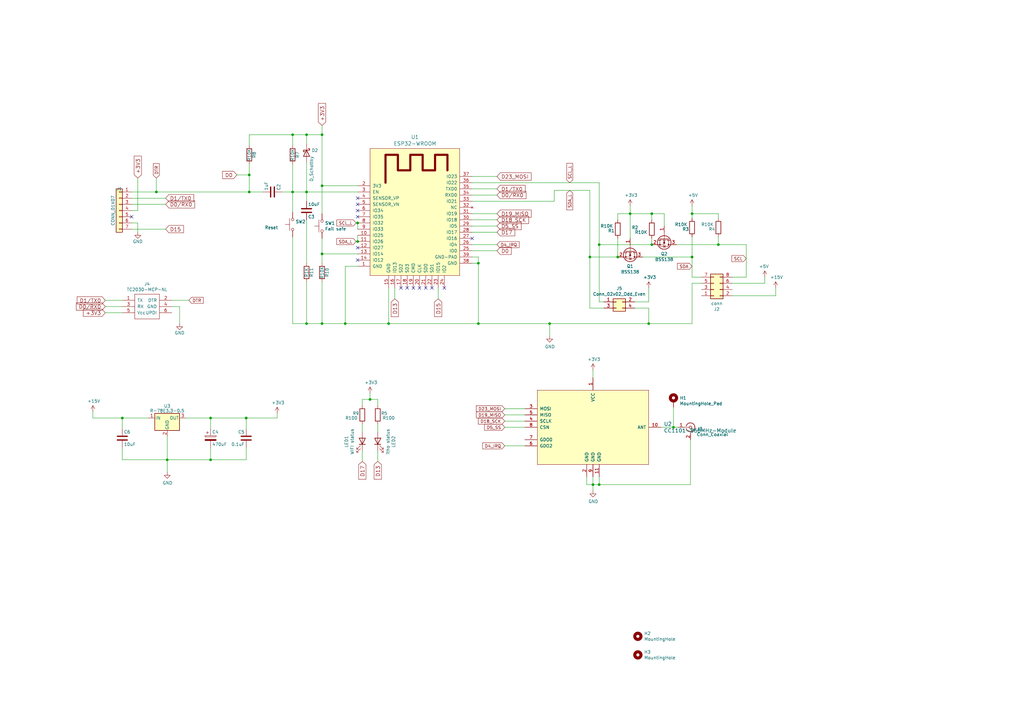
<source format=kicad_sch>
(kicad_sch (version 20230121) (generator eeschema)
  (paper "A3")
  (lib_symbols
    (symbol "Connector:Conn_Coaxial" (pin_names (offset 1.016) hide)
      (property "Reference" "J" (at 0.254 3.048 0))
      (property "Value" "Conn_Coaxial" (at 2.921 0 90))
      (symbol "Conn_Coaxial_0_1"
        (arc (start -1.778 -0.508) (mid 0.222 -1.808) (end 1.778 0) (stroke (width 0.254)))
        (polyline (pts (xy -2.54 0) (xy -0.508 0)))
        (polyline (pts (xy 0 -2.54) (xy 0 -1.778)))
        (circle (center 0 0) (radius 0.508) (stroke (width 0.2032)))
        (arc (start 1.778 0) (mid 0.222 1.8083) (end -1.778 0.508) (stroke (width 0.254)))
      )
      (symbol "Conn_Coaxial_1_1"
        (pin passive line (at -5.08 0 0) (length 2.54) (name "In") (number "1"))
        (pin passive line (at 0 -5.08 90) (length 2.54) (name "Ext") (number "2"))
      )
    )
    (symbol "Connector_Generic:Conn_01x07" (pin_names (offset 1.016) hide)
      (property "Reference" "J" (at 0 10.16 0))
      (property "Value" "Conn_01x07" (at 0 -10.16 0))
      (symbol "Conn_01x07_1_1"
        (rectangle (start -1.27 -7.493) (end 0 -7.747) (stroke (width 0.1524)))
        (rectangle (start -1.27 -4.953) (end 0 -5.207) (stroke (width 0.1524)))
        (rectangle (start -1.27 -2.413) (end 0 -2.667) (stroke (width 0.1524)))
        (rectangle (start -1.27 0.127) (end 0 -0.127) (stroke (width 0.1524)))
        (rectangle (start -1.27 2.667) (end 0 2.413) (stroke (width 0.1524)))
        (rectangle (start -1.27 5.207) (end 0 4.953) (stroke (width 0.1524)))
        (rectangle (start -1.27 7.747) (end 0 7.493) (stroke (width 0.1524)))
        (rectangle (start -1.27 8.89) (end 1.27 -8.89) (stroke (width 0.254)) (fill (type background)))
        (pin passive line (at -5.08 7.62 0) (length 3.81) (name "Pin_1") (number "1"))
        (pin passive line (at -5.08 5.08 0) (length 3.81) (name "Pin_2") (number "2"))
        (pin passive line (at -5.08 2.54 0) (length 3.81) (name "Pin_3") (number "3"))
        (pin passive line (at -5.08 0 0) (length 3.81) (name "Pin_4") (number "4"))
        (pin passive line (at -5.08 -2.54 0) (length 3.81) (name "Pin_5") (number "5"))
        (pin passive line (at -5.08 -5.08 0) (length 3.81) (name "Pin_6") (number "6"))
        (pin passive line (at -5.08 -7.62 0) (length 3.81) (name "Pin_7") (number "7"))
      )
    )
    (symbol "Connector_Generic:Conn_02x02_Odd_Even" (pin_names (offset 1.016) hide)
      (property "Reference" "J" (at 1.27 2.54 0))
      (property "Value" "Conn_02x02_Odd_Even" (at 1.27 -5.08 0))
      (symbol "Conn_02x02_Odd_Even_1_1"
        (rectangle (start -1.27 -2.413) (end 0 -2.667) (stroke (width 0.1524)))
        (rectangle (start -1.27 0.127) (end 0 -0.127) (stroke (width 0.1524)))
        (rectangle (start -1.27 1.27) (end 3.81 -3.81) (stroke (width 0.254)) (fill (type background)))
        (rectangle (start 3.81 -2.413) (end 2.54 -2.667) (stroke (width 0.1524)))
        (rectangle (start 3.81 0.127) (end 2.54 -0.127) (stroke (width 0.1524)))
        (pin passive line (at -5.08 0 0) (length 3.81) (name "Pin_1") (number "1"))
        (pin passive line (at 7.62 0 180) (length 3.81) (name "Pin_2") (number "2"))
        (pin passive line (at -5.08 -2.54 0) (length 3.81) (name "Pin_3") (number "3"))
        (pin passive line (at 7.62 -2.54 180) (length 3.81) (name "Pin_4") (number "4"))
      )
    )
    (symbol "Connector_Generic:Conn_02x04_Odd_Even" (pin_names (offset 1.016) hide)
      (property "Reference" "J" (at 1.27 5.08 0))
      (property "Value" "Conn_02x04_Odd_Even" (at 1.27 -7.62 0))
      (symbol "Conn_02x04_Odd_Even_1_1"
        (rectangle (start -1.27 -4.953) (end 0 -5.207) (stroke (width 0.1524)))
        (rectangle (start -1.27 -2.413) (end 0 -2.667) (stroke (width 0.1524)))
        (rectangle (start -1.27 0.127) (end 0 -0.127) (stroke (width 0.1524)))
        (rectangle (start -1.27 2.667) (end 0 2.413) (stroke (width 0.1524)))
        (rectangle (start -1.27 3.81) (end 3.81 -6.35) (stroke (width 0.254)) (fill (type background)))
        (rectangle (start 3.81 -4.953) (end 2.54 -5.207) (stroke (width 0.1524)))
        (rectangle (start 3.81 -2.413) (end 2.54 -2.667) (stroke (width 0.1524)))
        (rectangle (start 3.81 0.127) (end 2.54 -0.127) (stroke (width 0.1524)))
        (rectangle (start 3.81 2.667) (end 2.54 2.413) (stroke (width 0.1524)))
        (pin passive line (at -5.08 2.54 0) (length 3.81) (name "Pin_1") (number "1"))
        (pin passive line (at 7.62 2.54 180) (length 3.81) (name "Pin_2") (number "2"))
        (pin passive line (at -5.08 0 0) (length 3.81) (name "Pin_3") (number "3"))
        (pin passive line (at 7.62 0 180) (length 3.81) (name "Pin_4") (number "4"))
        (pin passive line (at -5.08 -2.54 0) (length 3.81) (name "Pin_5") (number "5"))
        (pin passive line (at 7.62 -2.54 180) (length 3.81) (name "Pin_6") (number "6"))
        (pin passive line (at -5.08 -5.08 0) (length 3.81) (name "Pin_7") (number "7"))
        (pin passive line (at 7.62 -5.08 180) (length 3.81) (name "Pin_8") (number "8"))
      )
    )
    (symbol "Device:C" (pin_numbers hide) (pin_names (offset 0.254))
      (property "Reference" "C" (at 0.635 2.54 0))
      (property "Value" "C" (at 0.635 -2.54 0))
      (symbol "C_0_1"
        (polyline (pts (xy -2.032 -0.762) (xy 2.032 -0.762)) (stroke (width 0.508)))
        (polyline (pts (xy -2.032 0.762) (xy 2.032 0.762)) (stroke (width 0.508)))
      )
      (symbol "C_1_1"
        (pin passive line (at 0 3.81 270) (length 2.794) (name "~") (number "1"))
        (pin passive line (at 0 -3.81 90) (length 2.794) (name "~") (number "2"))
      )
    )
    (symbol "Device:CP" (pin_numbers hide) (pin_names (offset 0.254))
      (property "Reference" "C" (at 0.635 2.54 0))
      (property "Value" "Device_CP" (at 0.635 -2.54 0))
      (symbol "CP_0_1"
        (rectangle (start -2.286 0.508) (end 2.286 1.016))
        (polyline (pts (xy -1.778 2.286) (xy -0.762 2.286)))
        (polyline (pts (xy -1.27 2.794) (xy -1.27 1.778)))
        (rectangle (start 2.286 -0.508) (end -2.286 -1.016) (fill (type outline)))
      )
      (symbol "CP_1_1"
        (pin passive line (at 0 3.81 270) (length 2.794) (name "~") (number "1"))
        (pin passive line (at 0 -3.81 90) (length 2.794) (name "~") (number "2"))
      )
    )
    (symbol "Device:D_Schottky" (pin_numbers hide) (pin_names (offset 1.016) hide)
      (property "Reference" "D" (at 0 2.54 0))
      (property "Value" "D_Schottky" (at 0 -2.54 0))
      (symbol "D_Schottky_0_1"
        (polyline (pts (xy 1.27 0) (xy -1.27 0)))
        (polyline (pts (xy 1.27 1.27) (xy 1.27 -1.27) (xy -1.27 0) (xy 1.27 1.27)) (stroke (width 0.254)))
        (polyline (pts (xy -1.905 0.635) (xy -1.905 1.27) (xy -1.27 1.27) (xy -1.27 -1.27) (xy -0.635 -1.27) (xy -0.635 -0.635)) (stroke (width 0.254)))
      )
      (symbol "D_Schottky_1_1"
        (pin passive line (at -3.81 0 0) (length 2.54) (name "K") (number "1"))
        (pin passive line (at 3.81 0 180) (length 2.54) (name "A") (number "2"))
      )
    )
    (symbol "Device:LED" (pin_numbers hide) (pin_names (offset 1.016) hide)
      (property "Reference" "D" (at 0 2.54 0))
      (property "Value" "LED" (at 0 -2.54 0))
      (symbol "LED_0_1"
        (polyline (pts (xy -1.27 -1.27) (xy -1.27 1.27)) (stroke (width 0.254)))
        (polyline (pts (xy -1.27 0) (xy 1.27 0)))
        (polyline (pts (xy 1.27 -1.27) (xy 1.27 1.27) (xy -1.27 0) (xy 1.27 -1.27)) (stroke (width 0.254)))
        (polyline (pts (xy -3.048 -0.762) (xy -4.572 -2.286) (xy -3.81 -2.286) (xy -4.572 -2.286) (xy -4.572 -1.524)))
        (polyline (pts (xy -1.778 -0.762) (xy -3.302 -2.286) (xy -2.54 -2.286) (xy -3.302 -2.286) (xy -3.302 -1.524)))
      )
      (symbol "LED_1_1"
        (pin passive line (at -3.81 0 0) (length 2.54) (name "K") (number "1"))
        (pin passive line (at 3.81 0 180) (length 2.54) (name "A") (number "2"))
      )
    )
    (symbol "Device:R" (pin_numbers hide) (pin_names (offset 0))
      (property "Reference" "R" (at 2.032 0 90))
      (property "Value" "R" (at 0 0 90))
      (symbol "R_0_1"
        (rectangle (start -1.016 -2.54) (end 1.016 2.54) (stroke (width 0.254)))
      )
      (symbol "R_1_1"
        (pin passive line (at 0 3.81 270) (length 1.27) (name "~") (number "1"))
        (pin passive line (at 0 -3.81 90) (length 1.27) (name "~") (number "2"))
      )
    )
    (symbol "Mechanical:MountingHole" (pin_names (offset 1.016))
      (property "Reference" "H" (at 0 5.08 0))
      (property "Value" "MountingHole" (at 0 3.175 0))
      (symbol "MountingHole_0_1"
        (circle (center 0 0) (radius 1.27) (stroke (width 1.27)))
      )
    )
    (symbol "Mechanical:MountingHole_Pad" (pin_numbers hide) (pin_names (offset 1.016) hide)
      (property "Reference" "H" (at 0 6.35 0))
      (property "Value" "MountingHole_Pad" (at 0 4.445 0))
      (symbol "MountingHole_Pad_0_1"
        (circle (center 0 1.27) (radius 1.27) (stroke (width 1.27)))
      )
      (symbol "MountingHole_Pad_1_1"
        (pin input line (at 0 -2.54 90) (length 2.54) (name "1") (number "1"))
      )
    )
    (symbol "Regulator_Switching:R-78E3.3-0.5" (pin_names (offset 0.254))
      (property "Reference" "U" (at -3.81 3.175 0))
      (property "Value" "R-78E3.3-0.5" (at 0 3.175 0))
      (symbol "R-78E3.3-0.5_0_1"
        (rectangle (start -5.08 1.905) (end 5.08 -5.08) (stroke (width 0.254)) (fill (type background)))
      )
      (symbol "R-78E3.3-0.5_1_1"
        (pin power_in line (at -7.62 0 0) (length 2.54) (name "IN") (number "1"))
        (pin power_in line (at 0 -7.62 90) (length 2.54) (name "GND") (number "2"))
        (pin power_out line (at 7.62 0 180) (length 2.54) (name "OUT") (number "3"))
      )
    )
    (symbol "Switch:SW_Push" (pin_numbers hide) (pin_names (offset 1.016) hide)
      (property "Reference" "SW" (at 1.27 2.54 0))
      (property "Value" "SW_Push" (at 0 -1.524 0))
      (symbol "SW_Push_0_1"
        (circle (center -2.032 0) (radius 0.508))
        (polyline (pts (xy 0 1.27) (xy 0 3.048)))
        (polyline (pts (xy 2.54 1.27) (xy -2.54 1.27)))
        (circle (center 2.032 0) (radius 0.508))
        (pin passive line (at -5.08 0 0) (length 2.54) (name "1") (number "1"))
        (pin passive line (at 5.08 0 180) (length 2.54) (name "2") (number "2"))
      )
    )
    (symbol "Transistor_FET:BSS138" (pin_names hide)
      (property "Reference" "Q" (at 5.08 1.905 0))
      (property "Value" "BSS138" (at 5.08 0 0))
      (symbol "BSS138_0_1"
        (polyline (pts (xy 0.254 0) (xy -2.54 0)))
        (polyline (pts (xy 0.254 1.905) (xy 0.254 -1.905)) (stroke (width 0.254)))
        (polyline (pts (xy 0.762 -1.27) (xy 0.762 -2.286)) (stroke (width 0.254)))
        (polyline (pts (xy 0.762 0.508) (xy 0.762 -0.508)) (stroke (width 0.254)))
        (polyline (pts (xy 0.762 2.286) (xy 0.762 1.27)) (stroke (width 0.254)))
        (polyline (pts (xy 2.54 2.54) (xy 2.54 1.778)))
        (polyline (pts (xy 2.54 -2.54) (xy 2.54 0) (xy 0.762 0)))
        (polyline (pts (xy 0.762 -1.778) (xy 3.302 -1.778) (xy 3.302 1.778) (xy 0.762 1.778)))
        (polyline (pts (xy 1.016 0) (xy 2.032 0.381) (xy 2.032 -0.381) (xy 1.016 0)) (fill (type outline)))
        (polyline (pts (xy 2.794 0.508) (xy 2.921 0.381) (xy 3.683 0.381) (xy 3.81 0.254)))
        (polyline (pts (xy 3.302 0.381) (xy 2.921 -0.254) (xy 3.683 -0.254) (xy 3.302 0.381)))
        (circle (center 1.651 0) (radius 2.794) (stroke (width 0.254)))
        (circle (center 2.54 -1.778) (radius 0.254) (fill (type outline)))
        (circle (center 2.54 1.778) (radius 0.254) (fill (type outline)))
      )
      (symbol "BSS138_1_1"
        (pin input line (at -5.08 0 0) (length 2.54) (name "G") (number "1"))
        (pin passive line (at 2.54 -5.08 90) (length 2.54) (name "S") (number "2"))
        (pin passive line (at 2.54 5.08 270) (length 2.54) (name "D") (number "3"))
      )
    )
    (symbol "nrg_watch:CC1101-868MHz-Module" (pin_names (offset 1.016))
      (property "Reference" "U" (at -22.86 16.51 0))
      (property "Value" "nrg_watch_CC1101-868MHz-Module" (at 0 0 0))
      (symbol "CC1101-868MHz-Module_0_1"
        (rectangle (start 22.86 15.24) (end -22.86 -15.24) (fill (type background)))
      )
      (symbol "CC1101-868MHz-Module_1_1"
        (pin power_in line (at 0 20.32 270) (length 5.08) (name "VCC") (number "1"))
        (pin bidirectional line (at 27.94 0 180) (length 5.08) (name "ANT") (number "10"))
        (pin power_in line (at 2.54 -20.32 90) (length 5.08) (name "GND") (number "11"))
        (pin power_in line (at -2.54 -20.32 90) (length 5.08) (name "GND") (number "2"))
        (pin input line (at -27.94 7.62 0) (length 5.08) (name "MOSI") (number "3"))
        (pin input line (at -27.94 2.54 0) (length 5.08) (name "SCLK") (number "4"))
        (pin output line (at -27.94 5.08 0) (length 5.08) (name "MISO") (number "5"))
        (pin output line (at -27.94 -7.62 0) (length 5.08) (name "GDO2") (number "6"))
        (pin bidirectional line (at -27.94 -5.08 0) (length 5.08) (name "GDO0") (number "7"))
        (pin input line (at -27.94 0 0) (length 5.08) (name "CSN") (number "8"))
        (pin power_in line (at 0 -20.32 90) (length 5.08) (name "GND") (number "9"))
      )
    )
    (symbol "nrg_watch:ESP32-WROOM" (pin_names (offset 1.016))
      (property "Reference" "U" (at -17.78 31.75 0))
      (property "Value" "nrg_watch_ESP32-WROOM" (at 12.7 31.75 0))
      (symbol "ESP32-WROOM_0_1"
        (rectangle (start -19.05 30.48) (end 17.78 -21.59) (fill (type background)))
        (polyline (pts (xy -12.7 16.51) (xy -12.7 27.94) (xy -7.62 27.94) (xy -7.62 21.59) (xy -2.54 21.59) (xy -2.54 27.94) (xy 2.54 27.94) (xy 2.54 21.59) (xy 7.62 21.59) (xy 7.62 27.94) (xy 12.7 27.94) (xy 12.7 21.59)) (stroke (width 0.889)))
      )
      (symbol "ESP32-WROOM_1_1"
        (pin power_out line (at -24.13 -17.78 0) (length 5.08) (name "GND") (number "1"))
        (pin bidirectional line (at -24.13 -5.08 0) (length 5.08) (name "IO25") (number "10"))
        (pin bidirectional line (at -24.13 -7.62 0) (length 5.08) (name "IO26") (number "11"))
        (pin bidirectional line (at -24.13 -10.16 0) (length 5.08) (name "IO27") (number "12"))
        (pin bidirectional line (at -24.13 -12.7 0) (length 5.08) (name "IO14") (number "13"))
        (pin bidirectional line (at -24.13 -15.24 0) (length 5.08) (name "IO12") (number "14"))
        (pin power_in line (at -11.43 -26.67 90) (length 5.08) (name "GND") (number "15"))
        (pin bidirectional line (at -8.89 -26.67 90) (length 5.08) (name "IO13") (number "16"))
        (pin bidirectional line (at -6.35 -26.67 90) (length 5.08) (name "SD2") (number "17"))
        (pin bidirectional line (at -3.81 -26.67 90) (length 5.08) (name "SD3") (number "18"))
        (pin bidirectional line (at -1.27 -26.67 90) (length 5.08) (name "CMD") (number "19"))
        (pin power_in line (at -24.13 15.24 0) (length 5.08) (name "3V3") (number "2"))
        (pin input line (at 1.27 -26.67 90) (length 5.08) (name "CLK") (number "20"))
        (pin bidirectional line (at 3.81 -26.67 90) (length 5.08) (name "SDO") (number "21"))
        (pin bidirectional line (at 6.35 -26.67 90) (length 5.08) (name "SD1") (number "22"))
        (pin bidirectional line (at 8.89 -26.67 90) (length 5.08) (name "IO15") (number "23"))
        (pin bidirectional line (at 11.43 -26.67 90) (length 5.08) (name "IO2") (number "24"))
        (pin bidirectional line (at 22.86 -11.43 180) (length 5.08) (name "IO0") (number "25"))
        (pin input line (at 22.86 -8.89 180) (length 5.08) (name "IO4") (number "26"))
        (pin bidirectional line (at 22.86 -6.35 180) (length 5.08) (name "IO16") (number "27"))
        (pin bidirectional line (at 22.86 -3.81 180) (length 5.08) (name "IO17") (number "28"))
        (pin bidirectional line (at 22.86 -1.27 180) (length 5.08) (name "IO5") (number "29"))
        (pin input line (at -24.13 12.7 0) (length 5.08) (name "EN") (number "3"))
        (pin input line (at 22.86 1.27 180) (length 5.08) (name "IO18") (number "30"))
        (pin bidirectional line (at 22.86 3.81 180) (length 5.08) (name "IO19") (number "31"))
        (pin no_connect line (at 22.86 6.35 180) (length 5.08) (name "NC") (number "32"))
        (pin bidirectional line (at 22.86 8.89 180) (length 5.08) (name "IO21") (number "33"))
        (pin bidirectional line (at 22.86 11.43 180) (length 5.08) (name "RXD0") (number "34"))
        (pin bidirectional line (at 22.86 13.97 180) (length 5.08) (name "TXD0") (number "35"))
        (pin bidirectional line (at 22.86 16.51 180) (length 5.08) (name "IO22") (number "36"))
        (pin bidirectional line (at 22.86 19.05 180) (length 5.08) (name "IO23") (number "37"))
        (pin power_in line (at 22.86 -16.51 180) (length 5.08) (name "GND") (number "38"))
        (pin power_in line (at 22.86 -13.97 180) (length 5.08) (name "GND-PAD") (number "39"))
        (pin input line (at -24.13 10.16 0) (length 5.08) (name "SENSOR_VP") (number "4"))
        (pin input line (at -24.13 7.62 0) (length 5.08) (name "SENSOR_VN") (number "5"))
        (pin bidirectional line (at -24.13 5.08 0) (length 5.08) (name "IO34") (number "6"))
        (pin bidirectional line (at -24.13 2.54 0) (length 5.08) (name "IO35") (number "7"))
        (pin bidirectional line (at -24.13 0 0) (length 5.08) (name "IO32") (number "8"))
        (pin bidirectional line (at -24.13 -2.54 0) (length 5.08) (name "IO33") (number "9"))
      )
    )
    (symbol "nrg_watch:TC2030-MCP-NL" (pin_names (offset 1.016))
      (property "Reference" "J" (at 0 6.35 0))
      (property "Value" "nrg_watch_TC2030-MCP-NL" (at 0.635 -6.35 0))
      (symbol "TC2030-MCP-NL_0_1"
        (rectangle (start -5.08 5.08) (end 5.08 -5.08))
      )
      (symbol "TC2030-MCP-NL_1_1"
        (pin input line (at -10.16 2.54 0) (length 5.08) (name "TX") (number "1"))
        (pin input line (at 10.16 2.54 180) (length 5.08) (name "DTR") (number "2"))
        (pin input line (at -10.16 0 0) (length 5.08) (name "RX") (number "3"))
        (pin input line (at 10.16 0 180) (length 5.08) (name "GND") (number "4"))
        (pin input line (at -10.16 -2.54 0) (length 5.08) (name "Vcc") (number "5"))
        (pin input line (at 10.16 -2.54 180) (length 5.08) (name "UPDI") (number "6"))
      )
    )
    (symbol "power:+15V" (power) (pin_names (offset 0))
      (property "Value" "+15V" (at 0 3.556 0))
      (symbol "+15V_0_1"
        (polyline (pts (xy -0.762 1.27) (xy 0 2.54)))
        (polyline (pts (xy 0 0) (xy 0 2.54)))
        (polyline (pts (xy 0 2.54) (xy 0.762 1.27)))
      )
      (symbol "+15V_1_1"
        (pin power_in line (at 0 0 90) (length 0) hide (name "+15V") (number "1"))
      )
    )
    (symbol "power:+3V3" (power) (pin_names (offset 0))
      (property "Value" "+3V3" (at 0 3.556 0))
      (symbol "+3V3_0_1"
        (polyline (pts (xy -0.762 1.27) (xy 0 2.54)))
        (polyline (pts (xy 0 0) (xy 0 2.54)))
        (polyline (pts (xy 0 2.54) (xy 0.762 1.27)))
      )
      (symbol "+3V3_1_1"
        (pin power_in line (at 0 0 90) (length 0) hide (name "+3V3") (number "1"))
      )
    )
    (symbol "power:+5V" (power) (pin_names (offset 0))
      (property "Value" "+5V" (at 0 3.556 0))
      (symbol "+5V_0_1"
        (polyline (pts (xy -0.762 1.27) (xy 0 2.54)))
        (polyline (pts (xy 0 0) (xy 0 2.54)))
        (polyline (pts (xy 0 2.54) (xy 0.762 1.27)))
      )
      (symbol "+5V_1_1"
        (pin power_in line (at 0 0 90) (length 0) hide (name "+5V") (number "1"))
      )
    )
    (symbol "power:GND" (power) (pin_names (offset 0))
      (property "Value" "GND" (at 0 -3.81 0))
      (symbol "GND_0_1"
        (polyline (pts (xy 0 0) (xy 0 -1.27) (xy 1.27 -1.27) (xy 0 -2.54) (xy -1.27 -1.27) (xy 0 -1.27)))
      )
      (symbol "GND_1_1"
        (pin power_in line (at 0 0 270) (length 0) hide (name "GND") (number "1"))
      )
    )
  )
  (junction (at 102.235 78.74))
  (junction (at 68.58 188.595))
  (junction (at 159.385 132.715))
  (junction (at 141.605 132.715))
  (junction (at 151.765 163.83))
  (junction (at 120.015 78.74))
  (junction (at 267.335 100.33))
  (junction (at 245.745 198.755))
  (junction (at 294.64 100.33))
  (junction (at 196.215 132.715))
  (junction (at 266.065 132.715))
  (junction (at 243.205 198.755))
  (junction (at 64.135 78.74))
  (junction (at 146.685 99.06))
  (junction (at 245.745 100.33))
  (junction (at 102.235 71.755))
  (junction (at 276.225 175.26))
  (junction (at 86.36 171.45))
  (junction (at 283.845 87.63))
  (junction (at 86.36 188.595))
  (junction (at 132.08 104.14))
  (junction (at 132.08 132.715))
  (junction (at 132.08 76.2))
  (junction (at 132.08 55.245))
  (junction (at 241.935 105.41))
  (junction (at 120.015 55.245))
  (junction (at 100.965 171.45))
  (junction (at 125.73 55.245))
  (junction (at 225.425 132.715))
  (junction (at 253.365 105.41))
  (junction (at 125.73 132.715))
  (junction (at 258.445 87.63))
  (junction (at 196.215 107.95))
  (junction (at 125.73 78.74))
  (junction (at 283.845 105.41))
  (junction (at 50.165 171.45))
  (junction (at 267.335 87.63))
  (junction (at 146.685 91.44))
  (no_connect (at 174.625 118.11))
  (no_connect (at 193.675 97.79))
  (no_connect (at 182.245 118.11))
  (no_connect (at 53.975 88.9))
  (no_connect (at 169.545 118.11))
  (no_connect (at 146.685 83.82))
  (no_connect (at 146.685 81.28))
  (no_connect (at 146.685 106.68))
  (no_connect (at 177.165 118.11))
  (no_connect (at 172.085 118.11))
  (no_connect (at 167.005 118.11))
  (no_connect (at 146.685 86.36))
  (no_connect (at 164.465 118.11))
  (no_connect (at 146.685 88.9))
  (no_connect (at 146.685 101.6))
  (wire (pts (xy 313.69 113.665) (xy 313.69 116.205)))
  (wire (pts (xy 207.01 167.64) (xy 215.265 167.64)))
  (wire (pts (xy 43.18 125.73) (xy 50.165 125.73)))
  (wire (pts (xy 141.605 132.715) (xy 159.385 132.715)))
  (wire (pts (xy 68.58 193.675) (xy 68.58 188.595)))
  (wire (pts (xy 283.845 97.155) (xy 283.845 105.41)))
  (wire (pts (xy 193.675 92.71) (xy 203.835 92.71)))
  (wire (pts (xy 120.015 78.74) (xy 125.73 78.74)))
  (wire (pts (xy 243.205 198.755) (xy 245.745 198.755)))
  (wire (pts (xy 258.445 84.455) (xy 258.445 87.63)))
  (wire (pts (xy 102.235 59.69) (xy 102.235 55.245)))
  (wire (pts (xy 125.73 90.17) (xy 125.73 107.95)))
  (wire (pts (xy 179.705 122.555) (xy 179.705 118.11)))
  (wire (pts (xy 196.215 105.41) (xy 196.215 107.95)))
  (wire (pts (xy 141.605 109.22) (xy 146.685 109.22)))
  (wire (pts (xy 148.59 184.785) (xy 148.59 189.23)))
  (wire (pts (xy 294.64 87.63) (xy 294.64 89.535)))
  (wire (pts (xy 154.94 184.785) (xy 154.94 189.23)))
  (wire (pts (xy 125.73 55.245) (xy 132.08 55.245)))
  (wire (pts (xy 102.235 71.755) (xy 97.155 71.755)))
  (wire (pts (xy 132.08 132.715) (xy 141.605 132.715)))
  (wire (pts (xy 146.685 104.14) (xy 132.08 104.14)))
  (wire (pts (xy 43.18 128.27) (xy 50.165 128.27)))
  (wire (pts (xy 64.135 78.74) (xy 102.235 78.74)))
  (wire (pts (xy 56.515 86.36) (xy 56.515 73.025)))
  (wire (pts (xy 151.765 163.83) (xy 154.94 163.83)))
  (wire (pts (xy 241.935 78.105) (xy 227.33 78.105)))
  (wire (pts (xy 243.205 198.755) (xy 243.205 195.58)))
  (wire (pts (xy 241.935 105.41) (xy 241.935 78.105)))
  (wire (pts (xy 70.485 125.73) (xy 73.66 125.73)))
  (wire (pts (xy 120.015 132.715) (xy 125.73 132.715)))
  (wire (pts (xy 159.385 132.715) (xy 196.215 132.715)))
  (wire (pts (xy 73.66 125.73) (xy 73.66 132.715)))
  (wire (pts (xy 258.445 87.63) (xy 267.335 87.63)))
  (wire (pts (xy 132.08 76.2) (xy 132.08 87.63)))
  (wire (pts (xy 50.165 175.895) (xy 50.165 171.45)))
  (wire (pts (xy 243.205 198.755) (xy 243.205 201.295)))
  (wire (pts (xy 300.355 113.665) (xy 306.07 113.665)))
  (wire (pts (xy 125.73 78.74) (xy 146.685 78.74)))
  (wire (pts (xy 102.235 78.74) (xy 107.95 78.74)))
  (wire (pts (xy 151.765 161.29) (xy 151.765 163.83)))
  (wire (pts (xy 53.975 78.74) (xy 64.135 78.74)))
  (wire (pts (xy 193.675 95.25) (xy 203.835 95.25)))
  (wire (pts (xy 283.21 180.34) (xy 283.21 198.755)))
  (wire (pts (xy 260.35 126.365) (xy 266.065 126.365)))
  (wire (pts (xy 300.355 121.285) (xy 318.135 121.285)))
  (wire (pts (xy 161.925 118.11) (xy 161.925 122.555)))
  (wire (pts (xy 225.425 132.715) (xy 266.065 132.715)))
  (wire (pts (xy 132.08 115.57) (xy 132.08 132.715)))
  (wire (pts (xy 132.08 76.2) (xy 146.685 76.2)))
  (wire (pts (xy 50.165 188.595) (xy 50.165 183.515)))
  (wire (pts (xy 215.265 175.26) (xy 207.01 175.26)))
  (wire (pts (xy 283.845 116.205) (xy 283.845 132.715)))
  (wire (pts (xy 253.365 87.63) (xy 258.445 87.63)))
  (wire (pts (xy 64.135 73.025) (xy 64.135 78.74)))
  (wire (pts (xy 146.685 93.98) (xy 146.685 91.44)))
  (wire (pts (xy 243.205 151.765) (xy 243.205 154.94)))
  (wire (pts (xy 120.015 78.74) (xy 120.015 86.995)))
  (wire (pts (xy 196.215 107.95) (xy 196.215 132.715)))
  (wire (pts (xy 193.675 105.41) (xy 196.215 105.41)))
  (wire (pts (xy 306.07 100.33) (xy 306.07 113.665)))
  (wire (pts (xy 266.065 118.11) (xy 266.065 123.825)))
  (wire (pts (xy 253.365 97.79) (xy 253.365 105.41)))
  (wire (pts (xy 38.1 171.45) (xy 38.1 168.91)))
  (wire (pts (xy 193.675 87.63) (xy 203.835 87.63)))
  (wire (pts (xy 266.065 132.715) (xy 283.845 132.715)))
  (wire (pts (xy 267.335 90.17) (xy 267.335 87.63)))
  (wire (pts (xy 253.365 90.17) (xy 253.365 87.63)))
  (wire (pts (xy 159.385 118.11) (xy 159.385 132.715)))
  (wire (pts (xy 245.745 123.825) (xy 247.65 123.825)))
  (wire (pts (xy 294.64 100.33) (xy 306.07 100.33)))
  (wire (pts (xy 68.58 179.07) (xy 68.58 188.595)))
  (wire (pts (xy 86.36 188.595) (xy 100.965 188.595)))
  (wire (pts (xy 53.975 81.28) (xy 67.945 81.28)))
  (wire (pts (xy 86.36 175.895) (xy 86.36 171.45)))
  (wire (pts (xy 203.835 100.33) (xy 193.675 100.33)))
  (wire (pts (xy 154.94 163.83) (xy 154.94 166.37)))
  (wire (pts (xy 132.08 51.435) (xy 132.08 55.245)))
  (wire (pts (xy 277.495 100.33) (xy 294.64 100.33)))
  (wire (pts (xy 245.745 198.755) (xy 245.745 195.58)))
  (wire (pts (xy 146.685 99.06) (xy 146.05 99.06)))
  (wire (pts (xy 148.59 163.83) (xy 151.765 163.83)))
  (wire (pts (xy 125.73 82.55) (xy 125.73 78.74)))
  (wire (pts (xy 240.665 195.58) (xy 240.665 198.755)))
  (wire (pts (xy 43.18 123.19) (xy 50.165 123.19)))
  (wire (pts (xy 260.35 123.825) (xy 266.065 123.825)))
  (wire (pts (xy 125.73 115.57) (xy 125.73 132.715)))
  (wire (pts (xy 258.445 87.63) (xy 258.445 97.79)))
  (wire (pts (xy 245.745 100.33) (xy 267.335 100.33)))
  (wire (pts (xy 283.845 84.455) (xy 283.845 87.63)))
  (wire (pts (xy 125.73 132.715) (xy 132.08 132.715)))
  (wire (pts (xy 207.01 172.72) (xy 215.265 172.72)))
  (wire (pts (xy 102.235 55.245) (xy 120.015 55.245)))
  (wire (pts (xy 100.965 171.45) (xy 100.965 175.895)))
  (wire (pts (xy 193.675 82.55) (xy 227.33 82.55)))
  (wire (pts (xy 245.745 74.93) (xy 193.675 74.93)))
  (wire (pts (xy 283.845 87.63) (xy 283.845 89.535)))
  (wire (pts (xy 266.065 126.365) (xy 266.065 132.715)))
  (wire (pts (xy 267.335 87.63) (xy 272.415 87.63)))
  (wire (pts (xy 193.675 77.47) (xy 203.835 77.47)))
  (wire (pts (xy 125.73 66.675) (xy 125.73 78.74)))
  (wire (pts (xy 120.015 97.155) (xy 120.015 132.715)))
  (wire (pts (xy 113.665 171.45) (xy 113.665 169.545)))
  (wire (pts (xy 100.965 171.45) (xy 113.665 171.45)))
  (wire (pts (xy 287.655 116.205) (xy 283.845 116.205)))
  (wire (pts (xy 53.975 93.98) (xy 67.945 93.98)))
  (wire (pts (xy 86.36 171.45) (xy 100.965 171.45)))
  (wire (pts (xy 287.655 113.665) (xy 283.845 113.665)))
  (wire (pts (xy 148.59 173.99) (xy 148.59 177.165)))
  (wire (pts (xy 245.745 100.33) (xy 245.745 123.825)))
  (wire (pts (xy 120.015 55.245) (xy 120.015 59.69)))
  (wire (pts (xy 141.605 109.22) (xy 141.605 132.715)))
  (wire (pts (xy 125.73 55.245) (xy 125.73 59.055)))
  (wire (pts (xy 146.685 96.52) (xy 146.685 99.06)))
  (wire (pts (xy 241.935 126.365) (xy 247.65 126.365)))
  (wire (pts (xy 148.59 166.37) (xy 148.59 163.83)))
  (wire (pts (xy 241.935 105.41) (xy 253.365 105.41)))
  (wire (pts (xy 53.975 83.82) (xy 67.945 83.82)))
  (wire (pts (xy 120.015 55.245) (xy 125.73 55.245)))
  (wire (pts (xy 196.215 132.715) (xy 225.425 132.715)))
  (wire (pts (xy 70.485 123.19) (xy 77.47 123.19)))
  (wire (pts (xy 245.745 100.33) (xy 245.745 74.93)))
  (wire (pts (xy 263.525 105.41) (xy 283.845 105.41)))
  (wire (pts (xy 272.415 87.63) (xy 272.415 92.71)))
  (wire (pts (xy 76.2 171.45) (xy 86.36 171.45)))
  (wire (pts (xy 294.64 97.155) (xy 294.64 100.33)))
  (wire (pts (xy 240.665 198.755) (xy 243.205 198.755)))
  (wire (pts (xy 271.145 175.26) (xy 276.225 175.26)))
  (wire (pts (xy 50.165 171.45) (xy 60.96 171.45)))
  (wire (pts (xy 267.335 97.79) (xy 267.335 100.33)))
  (wire (pts (xy 318.135 118.11) (xy 318.135 121.285)))
  (wire (pts (xy 132.08 55.245) (xy 132.08 76.2)))
  (wire (pts (xy 132.08 97.79) (xy 132.08 104.14)))
  (wire (pts (xy 100.965 188.595) (xy 100.965 183.515)))
  (wire (pts (xy 56.515 86.36) (xy 53.975 86.36)))
  (wire (pts (xy 283.21 198.755) (xy 245.745 198.755)))
  (wire (pts (xy 50.165 188.595) (xy 68.58 188.595)))
  (wire (pts (xy 225.425 137.795) (xy 225.425 132.715)))
  (wire (pts (xy 56.515 91.44) (xy 53.975 91.44)))
  (wire (pts (xy 283.845 87.63) (xy 294.64 87.63)))
  (wire (pts (xy 102.235 71.755) (xy 102.235 78.74)))
  (wire (pts (xy 120.015 67.31) (xy 120.015 78.74)))
  (wire (pts (xy 300.355 116.205) (xy 313.69 116.205)))
  (wire (pts (xy 193.675 90.17) (xy 203.835 90.17)))
  (wire (pts (xy 146.05 91.44) (xy 146.685 91.44)))
  (wire (pts (xy 132.08 104.14) (xy 132.08 107.95)))
  (wire (pts (xy 241.935 105.41) (xy 241.935 126.365)))
  (wire (pts (xy 154.94 173.99) (xy 154.94 177.165)))
  (wire (pts (xy 227.33 82.55) (xy 227.33 78.105)))
  (wire (pts (xy 56.515 95.25) (xy 56.515 91.44)))
  (wire (pts (xy 283.845 105.41) (xy 283.845 113.665)))
  (wire (pts (xy 276.225 175.26) (xy 278.13 175.26)))
  (wire (pts (xy 215.265 170.18) (xy 207.01 170.18)))
  (wire (pts (xy 193.675 72.39) (xy 203.835 72.39)))
  (wire (pts (xy 276.225 167.005) (xy 276.225 175.26)))
  (wire (pts (xy 203.835 102.87) (xy 193.675 102.87)))
  (wire (pts (xy 68.58 188.595) (xy 86.36 188.595)))
  (wire (pts (xy 207.01 182.88) (xy 215.265 182.88)))
  (wire (pts (xy 193.675 80.01) (xy 203.835 80.01)))
  (wire (pts (xy 115.57 78.74) (xy 120.015 78.74)))
  (wire (pts (xy 196.215 107.95) (xy 193.675 107.95)))
  (wire (pts (xy 38.1 171.45) (xy 50.165 171.45)))
  (wire (pts (xy 102.235 67.31) (xy 102.235 71.755)))
  (wire (pts (xy 86.36 183.515) (xy 86.36 188.595)))
  (global_label "DTR" (shape input) (at 77.47 123.19 0) (property "Intersheetrefs" "${INTERSHEET_REFS}" (effects hide)))
  (global_label "D15" (shape input) (at 179.705 122.555 270) (effects (font (size 1.524 1.524))) (property "Intersheetrefs" "${INTERSHEET_REFS}" (effects hide)))
  (global_label "DTR" (shape input) (at 64.135 73.025 90) (property "Intersheetrefs" "${INTERSHEET_REFS}" (effects hide)))
  (global_label "SCL" (shape input) (at 306.07 106.045 180) (property "Intersheetrefs" "${INTERSHEET_REFS}" (effects hide)))
  (global_label "D19_MISO" (shape input) (at 203.835 87.63 0) (effects (font (size 1.524 1.524))) (property "Intersheetrefs" "${INTERSHEET_REFS}" (effects hide)))
  (global_label "D17" (shape input) (at 148.59 189.23 270) (effects (font (size 1.524 1.524))) (property "Intersheetrefs" "${INTERSHEET_REFS}" (effects hide)))
  (global_label "SDA_L" (shape input) (at 146.05 99.06 180) (property "Intersheetrefs" "${INTERSHEET_REFS}" (effects hide)))
  (global_label "D4_IRQ" (shape input) (at 207.01 182.88 180) (property "Intersheetrefs" "${INTERSHEET_REFS}" (effects hide)))
  (global_label "+3V3" (shape input) (at 43.18 128.27 180) (effects (font (size 1.524 1.524))) (property "Intersheetrefs" "${INTERSHEET_REFS}" (effects hide)))
  (global_label "+3V3" (shape input) (at 132.08 51.435 90) (effects (font (size 1.524 1.524))) (property "Intersheetrefs" "${INTERSHEET_REFS}" (effects hide)))
  (global_label "D4_IRQ" (shape input) (at 203.835 100.33 0) (property "Intersheetrefs" "${INTERSHEET_REFS}" (effects hide)))
  (global_label "D19_MISO" (shape input) (at 207.01 170.18 180) (property "Intersheetrefs" "${INTERSHEET_REFS}" (effects hide)))
  (global_label "SCL_L" (shape input) (at 146.05 91.44 180) (property "Intersheetrefs" "${INTERSHEET_REFS}" (effects hide)))
  (global_label "D1/TX0" (shape input) (at 67.945 81.28 0) (effects (font (size 1.524 1.524))) (property "Intersheetrefs" "${INTERSHEET_REFS}" (effects hide)))
  (global_label "D23_MOSI" (shape input) (at 203.835 72.39 0) (effects (font (size 1.524 1.524))) (property "Intersheetrefs" "${INTERSHEET_REFS}" (effects hide)))
  (global_label "D0" (shape input) (at 97.155 71.755 180) (effects (font (size 1.524 1.524))) (property "Intersheetrefs" "${INTERSHEET_REFS}" (effects hide)))
  (global_label "SDA_L" (shape input) (at 233.68 78.105 270) (property "Intersheetrefs" "${INTERSHEET_REFS}" (effects hide)))
  (global_label "D5_SS" (shape input) (at 203.835 92.71 0) (effects (font (size 1.524 1.524))) (property "Intersheetrefs" "${INTERSHEET_REFS}" (effects hide)))
  (global_label "D15" (shape input) (at 67.945 93.98 0) (effects (font (size 1.524 1.524))) (property "Intersheetrefs" "${INTERSHEET_REFS}" (effects hide)))
  (global_label "SCL_L" (shape input) (at 233.68 74.93 90) (property "Intersheetrefs" "${INTERSHEET_REFS}" (effects hide)))
  (global_label "D0/RX0" (shape input) (at 67.945 83.82 0) (effects (font (size 1.524 1.524))) (property "Intersheetrefs" "${INTERSHEET_REFS}" (effects hide)))
  (global_label "D0/RX0" (shape input) (at 203.835 80.01 0) (effects (font (size 1.524 1.524))) (property "Intersheetrefs" "${INTERSHEET_REFS}" (effects hide)))
  (global_label "D18_SCK" (shape input) (at 203.835 90.17 0) (effects (font (size 1.524 1.524))) (property "Intersheetrefs" "${INTERSHEET_REFS}" (effects hide)))
  (global_label "+3V3" (shape input) (at 56.515 73.025 90) (effects (font (size 1.524 1.524))) (property "Intersheetrefs" "${INTERSHEET_REFS}" (effects hide)))
  (global_label "SDA" (shape input) (at 283.845 109.22 180) (property "Intersheetrefs" "${INTERSHEET_REFS}" (effects hide)))
  (global_label "D17" (shape input) (at 203.835 95.25 0) (effects (font (size 1.524 1.524))) (property "Intersheetrefs" "${INTERSHEET_REFS}" (effects hide)))
  (global_label "D1/TX0" (shape input) (at 43.18 123.19 180) (effects (font (size 1.524 1.524))) (property "Intersheetrefs" "${INTERSHEET_REFS}" (effects hide)))
  (global_label "D13" (shape input) (at 161.925 122.555 270) (effects (font (size 1.524 1.524))) (property "Intersheetrefs" "${INTERSHEET_REFS}" (effects hide)))
  (global_label "D5_SS" (shape input) (at 207.01 175.26 180) (property "Intersheetrefs" "${INTERSHEET_REFS}" (effects hide)))
  (global_label "D13" (shape input) (at 154.94 189.23 270) (effects (font (size 1.524 1.524))) (property "Intersheetrefs" "${INTERSHEET_REFS}" (effects hide)))
  (global_label "D18_SCK" (shape input) (at 207.01 172.72 180) (property "Intersheetrefs" "${INTERSHEET_REFS}" (effects hide)))
  (global_label "D0" (shape input) (at 203.835 102.87 0) (effects (font (size 1.524 1.524))) (property "Intersheetrefs" "${INTERSHEET_REFS}" (effects hide)))
  (global_label "D23_MOSI" (shape input) (at 207.01 167.64 180) (property "Intersheetrefs" "${INTERSHEET_REFS}" (effects hide)))
  (global_label "D0/RX0" (shape input) (at 43.18 125.73 180) (effects (font (size 1.524 1.524))) (property "Intersheetrefs" "${INTERSHEET_REFS}" (effects hide)))
  (global_label "D1/TX0" (shape input) (at 203.835 77.47 0) (effects (font (size 1.524 1.524))) (property "Intersheetrefs" "${INTERSHEET_REFS}" (effects hide)))
  (symbol (lib_id "Device:R") (at 253.365 93.98 180) (unit 1)
    (property "Reference" "R1" (at 252.095 94.615 0) (effects (justify left)))
    (property "Value" "R10K" (at 251.46 92.71 0) (effects (justify left)))
    (property "Footprint" "Resistor_SMD:R_0805_2012Metric" (effects hide))
    (property "LCSC" "C17414" (effects hide))
  )
  (symbol (lib_id "Device:R") (at 267.335 93.98 0) (unit 1)
    (property "Reference" "R2" (at 259.08 93.345 0) (effects (justify left)))
    (property "Value" "R10K" (at 260.35 95.25 0) (effects (justify left)))
    (property "Footprint" "Resistor_SMD:R_0805_2012Metric" (effects hide))
    (property "LCSC" "C17414" (effects hide))
  )
  (symbol (lib_id "power:GND") (at 225.425 137.795 0) (unit 1)
    (property "Reference" "#PWR05" (effects hide))
    (property "Value" "GND" (at 225.552 142.1892 0))
  )
  (symbol (lib_id "power:+5V") (at 283.845 84.455 0) (unit 1)
    (property "Reference" "#PWR07" (effects hide))
    (property "Value" "+5V" (at 284.226 80.0608 0))
  )
  (symbol (lib_id "Connector_Generic:Conn_02x04_Odd_Even") (at 292.735 118.745 0) (mirror x) (unit 1)
    (property "Reference" "J2" (at 294.005 126.7968 0))
    (property "Value" "conn" (at 294.005 124.4854 0))
    (property "Footprint" "Connector_PinSocket_2.54mm:PinSocket_2x04_P2.54mm_Vertical" (effects hide))
  )
  (symbol (lib_id "power:+3V3") (at 258.445 84.455 0) (unit 1)
    (property "Reference" "#PWR06" (effects hide))
    (property "Value" "+3V3" (at 258.826 80.0608 0))
  )
  (symbol (lib_id "Transistor_FET:BSS138") (at 258.445 102.87 270) (unit 1)
    (property "Reference" "Q1" (at 258.445 109.1946 90))
    (property "Value" "BSS138" (at 258.445 111.506 90))
    (property "Footprint" "Package_TO_SOT_SMD:SOT-23W" (effects hide))
    (property "Datasheet" "https://www.fairchildsemi.com/datasheets/BS/BSS138.pdf" (effects hide))
    (property "LCSC" "C170166" (effects hide))
  )
  (symbol (lib_id "Device:LED") (at 154.94 180.975 90) (unit 1)
    (property "Reference" "LED2" (at 161.417 181.1528 0))
    (property "Value" "itho status" (at 159.1056 181.1528 0))
    (property "Footprint" "LED_SMD:LED_0805_2012Metric" (effects hide))
    (property "LCSC" "C2293" (effects hide))
  )
  (symbol (lib_id "Device:R") (at 154.94 170.18 0) (unit 1)
    (property "Reference" "R5" (at 156.21 169.545 0) (effects (justify left)))
    (property "Value" "R100" (at 156.845 171.45 0) (effects (justify left)))
    (property "Footprint" "Resistor_SMD:R_0805_2012Metric" (effects hide))
    (property "LCSC" "C17408" (effects hide))
  )
  (symbol (lib_id "Transistor_FET:BSS138") (at 272.415 97.79 270) (unit 1)
    (property "Reference" "Q2" (at 272.415 104.1146 90))
    (property "Value" "BSS138" (at 272.415 106.426 90))
    (property "Footprint" "Package_TO_SOT_SMD:SOT-23W" (effects hide))
    (property "Datasheet" "https://www.fairchildsemi.com/datasheets/BS/BSS138.pdf" (effects hide))
    (property "LCSC" "C170166" (effects hide))
  )
  (symbol (lib_id "Device:R") (at 283.845 93.345 180) (unit 1)
    (property "Reference" "R3" (at 282.575 93.98 0) (effects (justify left)))
    (property "Value" "R10K" (at 281.94 92.075 0) (effects (justify left)))
    (property "Footprint" "Resistor_SMD:R_0805_2012Metric" (effects hide))
    (property "LCSC" "C17414" (effects hide))
  )
  (symbol (lib_id "Device:R") (at 294.64 93.345 180) (unit 1)
    (property "Reference" "R4" (at 293.37 93.98 0) (effects (justify left)))
    (property "Value" "R10K" (at 292.735 92.075 0) (effects (justify left)))
    (property "Footprint" "Resistor_SMD:R_0805_2012Metric" (effects hide))
    (property "LCSC" "C17414" (effects hide))
  )
  (symbol (lib_id "power:+3V3") (at 151.765 161.29 0) (unit 1)
    (property "Reference" "#PWR03" (effects hide))
    (property "Value" "+3V3" (at 152.146 156.8958 0))
  )
  (symbol (lib_id "nrg_watch:CC1101-868MHz-Module") (at 243.205 175.26 0) (unit 1)
    (property "Reference" "U2" (at 272.2626 173.9138 0) (effects (font (size 1.524 1.524)) (justify left)))
    (property "Value" "CC1101-868MHz-Module" (at 272.2626 176.6062 0) (effects (font (size 1.524 1.524)) (justify left)))
    (property "Footprint" "nrg_watch:CC1101-868MHz-Module" (effects hide))
    (property "Datasheet" "http://wireless-tag.com/Public/upload/file/p19u6lm0jr1dl21ffgtki1oeuen3.pdf" (effects hide))
  )
  (symbol (lib_id "power:+3V3") (at 243.205 151.765 0) (unit 1)
    (property "Reference" "#PWR0101" (effects hide))
    (property "Value" "+3V3" (at 243.586 147.3708 0))
  )
  (symbol (lib_id "Connector:Conn_Coaxial") (at 283.21 175.26 0) (unit 1)
    (property "Reference" "J3" (at 285.75 175.895 0) (effects (justify left)))
    (property "Value" "Conn_Coaxial" (at 285.75 178.2064 0) (effects (justify left)))
    (property "Footprint" "Connector_Coaxial:SMA_Amphenol_132289_EdgeMount" (effects hide))
    (property "Datasheet" " ~" (effects hide))
  )
  (symbol (lib_id "power:GND") (at 243.205 201.295 0) (unit 1)
    (property "Reference" "#PWR0102" (effects hide))
    (property "Value" "GND" (at 243.332 205.6892 0))
  )
  (symbol (lib_id "Device:R") (at 132.08 111.76 0) (mirror x) (unit 1)
    (property "Reference" "R10" (at 134.112 111.76 90))
    (property "Value" "R10K" (at 132.08 111.76 90))
    (property "Footprint" "Resistor_SMD:R_0805_2012Metric" (effects hide))
    (property "LCSC" "C17414" (effects hide))
  )
  (symbol (lib_id "Connector_Generic:Conn_01x07") (at 48.895 86.36 0) (mirror y) (unit 1)
    (property "Reference" "J1" (at 48.895 77.47 0))
    (property "Value" "CONN_01X07" (at 46.355 86.36 90))
    (property "Footprint" "Connector_PinHeader_2.54mm:PinHeader_1x07_P2.54mm_Vertical" (effects hide))
  )
  (symbol (lib_id "Device:C") (at 111.76 78.74 270) (mirror x) (unit 1)
    (property "Reference" "C2" (at 114.3 78.105 0) (effects (justify left)))
    (property "Value" "1uF" (at 109.22 78.105 0) (effects (justify left)))
    (property "Footprint" "Capacitor_SMD:C_0805_2012Metric" (effects hide))
    (property "LCSC" "C28323" (effects hide))
  )
  (symbol (lib_id "power:GND") (at 56.515 95.25 0) (mirror y) (unit 1)
    (property "Reference" "#PWR01" (effects hide))
    (property "Value" "GND" (at 56.515 99.06 0))
  )
  (symbol (lib_id "Device:R") (at 102.235 63.5 0) (mirror x) (unit 1)
    (property "Reference" "R8" (at 104.267 63.5 90))
    (property "Value" "R10K" (at 102.235 63.5 90))
    (property "Footprint" "Resistor_SMD:R_0805_2012Metric" (effects hide))
    (property "LCSC" "C17414" (effects hide))
  )
  (symbol (lib_id "Device:R") (at 120.015 63.5 0) (mirror x) (unit 1)
    (property "Reference" "R7" (at 122.047 63.5 90))
    (property "Value" "R10K" (at 120.015 63.5 90))
    (property "Footprint" "Resistor_SMD:R_0805_2012Metric" (effects hide))
    (property "LCSC" "C17414" (effects hide))
  )
  (symbol (lib_id "nrg_watch:ESP32-WROOM") (at 170.815 91.44 0) (unit 1)
    (property "Reference" "U1" (at 170.18 56.2102 0) (effects (font (size 1.524 1.524))))
    (property "Value" "ESP32-WROOM" (at 170.18 58.9026 0) (effects (font (size 1.524 1.524))))
    (property "Footprint" "nrg_watch:ESP32-WROOM-32E" (effects hide))
    (property "LCSC" "C473012" (effects hide))
  )
  (symbol (lib_id "Device:C") (at 100.965 179.705 0) (mirror y) (unit 1)
    (property "Reference" "C5" (at 100.33 177.165 0) (effects (justify left)))
    (property "Value" "0.1uF" (at 100.33 182.245 0) (effects (justify left)))
    (property "Footprint" "Capacitor_SMD:C_0805_2012Metric" (effects hide))
    (property "LCSC" "C49678" (effects hide))
  )
  (symbol (lib_id "Device:CP") (at 86.36 179.705 0) (unit 1)
    (property "Reference" "C4" (at 86.995 177.165 0) (effects (justify left)))
    (property "Value" "470uF" (at 86.995 182.245 0) (effects (justify left)))
    (property "Footprint" "Capacitor_Tantalum_SMD:CP_EIA-7343-31_Kemet-D" (effects hide))
    (property "LCSC" "C7229" (effects hide))
  )
  (symbol (lib_id "Device:C") (at 50.165 179.705 0) (unit 1)
    (property "Reference" "C6" (at 50.8 177.165 0) (effects (justify left)))
    (property "Value" "10uF" (at 50.8 182.245 0) (effects (justify left)))
    (property "Footprint" "Capacitor_SMD:C_0805_2012Metric" (effects hide))
    (property "LCSC" "C110053" (effects hide))
  )
  (symbol (lib_id "power:GND") (at 68.58 193.675 0) (unit 1)
    (property "Reference" "#PWR0104" (effects hide))
    (property "Value" "GND" (at 68.707 198.0692 0))
  )
  (symbol (lib_id "Device:R") (at 148.59 170.18 0) (mirror y) (unit 1)
    (property "Reference" "R9" (at 147.32 169.545 0) (effects (justify left)))
    (property "Value" "R100" (at 146.685 171.45 0) (effects (justify left)))
    (property "Footprint" "Resistor_SMD:R_0805_2012Metric" (effects hide))
    (property "LCSC" "C17408" (effects hide))
  )
  (symbol (lib_id "Device:LED") (at 148.59 180.975 270) (mirror x) (unit 1)
    (property "Reference" "LED1" (at 142.113 181.1528 0))
    (property "Value" "WIFI status" (at 144.4244 181.1528 0))
    (property "Footprint" "LED_SMD:LED_0805_2012Metric" (effects hide))
    (property "LCSC" "C2293" (effects hide))
  )
  (symbol (lib_id "power:GND") (at 73.66 132.715 0) (mirror y) (unit 1)
    (property "Reference" "#PWR0105" (effects hide))
    (property "Value" "GND" (at 73.66 136.525 0))
  )
  (symbol (lib_id "Mechanical:MountingHole") (at 261.62 260.985 0) (unit 1)
    (property "Reference" "H2" (at 264.16 259.8166 0) (effects (justify left)))
    (property "Value" "MountingHole" (at 264.16 262.128 0) (effects (justify left)))
    (property "Footprint" "MountingHole:MountingHole_2.5mm" (effects hide))
  )
  (symbol (lib_id "nrg_watch:TC2030-MCP-NL") (at 60.325 125.73 0) (unit 1)
    (property "Reference" "J4" (at 60.325 116.459 0))
    (property "Value" "TC2030-MCP-NL" (at 60.325 118.7704 0))
    (property "Footprint" "nrg_watch:TC2020-MCP-NL" (effects hide))
  )
  (symbol (lib_id "Connector_Generic:Conn_02x02_Odd_Even") (at 252.73 123.825 0) (unit 1)
    (property "Reference" "J5" (at 254 118.3132 0))
    (property "Value" "Conn_02x02_Odd_Even" (at 254 120.6246 0))
    (property "Footprint" "Connector_PinHeader_2.54mm:PinHeader_2x02_P2.54mm_Vertical" (effects hide))
  )
  (symbol (lib_id "power:+3V3") (at 266.065 118.11 0) (unit 1)
    (property "Reference" "#PWR0106" (effects hide))
    (property "Value" "+3V3" (at 266.446 113.7158 0))
  )
  (symbol (lib_id "power:+3V3") (at 113.665 169.545 0) (unit 1)
    (property "Reference" "#PWR0103" (effects hide))
    (property "Value" "+3V3" (at 114.046 165.1508 0))
  )
  (symbol (lib_id "Switch:SW_Push") (at 132.08 92.71 90) (unit 1)
    (property "Reference" "SW1" (at 133.2992 91.5416 90) (effects (justify right)))
    (property "Value" "Fail safe" (at 133.2992 93.853 90) (effects (justify right)))
    (property "Footprint" "nrg_watch:TS-1187" (effects hide))
    (property "LCSC" "C92589" (effects hide))
  )
  (symbol (lib_id "power:+15V") (at 318.135 118.11 0) (unit 1)
    (property "Reference" "#PWR0107" (effects hide))
    (property "Value" "+15V" (at 318.516 113.7158 0))
  )
  (symbol (lib_id "power:+15V") (at 38.1 168.91 0) (unit 1)
    (property "Reference" "#PWR0108" (effects hide))
    (property "Value" "+15V" (at 38.481 164.5158 0))
  )
  (symbol (lib_id "power:+5V") (at 313.69 113.665 0) (mirror y) (unit 1)
    (property "Reference" "#PWR0109" (effects hide))
    (property "Value" "+5V" (at 313.309 109.2708 0))
  )
  (symbol (lib_id "Device:C") (at 125.73 86.36 0) (mirror x) (unit 1)
    (property "Reference" "C3" (at 126.365 88.9 0) (effects (justify left)))
    (property "Value" "10uF" (at 126.365 83.82 0) (effects (justify left)))
    (property "Footprint" "Capacitor_SMD:C_0805_2012Metric" (effects hide))
    (property "LCSC" "C28323" (effects hide))
  )
  (symbol (lib_id "Device:R") (at 125.73 111.76 0) (mirror x) (unit 1)
    (property "Reference" "R11" (at 127.762 111.76 90))
    (property "Value" "R1K" (at 125.73 111.76 90))
    (property "Footprint" "Resistor_SMD:R_0805_2012Metric" (effects hide))
    (property "LCSC" "C17414" (effects hide))
  )
  (symbol (lib_id "Mechanical:MountingHole_Pad") (at 276.225 164.465 0) (unit 1)
    (property "Reference" "H1" (at 278.765 163.2204 0) (effects (justify left)))
    (property "Value" "MountingHole_Pad" (at 278.765 165.5318 0) (effects (justify left)))
    (property "Footprint" "Connector_Pin:Pin_D1.0mm_L10.0mm" (effects hide))
  )
  (symbol (lib_id "Device:D_Schottky") (at 125.73 62.865 270) (unit 1)
    (property "Reference" "D2" (at 127.762 61.6966 90) (effects (justify left)))
    (property "Value" "D_Schottky" (at 127.762 64.008 0) (effects (justify left)))
    (property "Footprint" "Diode_SMD:D_SOD-123" (effects hide))
  )
  (symbol (lib_id "Switch:SW_Push") (at 120.015 92.075 90) (unit 1)
    (property "Reference" "SW2" (at 121.2342 90.9066 90) (effects (justify right)))
    (property "Value" "Reset" (at 108.585 93.345 90) (effects (justify right)))
    (property "Footprint" "nrg_watch:TS-1187" (effects hide))
    (property "LCSC" "C92589" (effects hide))
  )
  (symbol (lib_id "Mechanical:MountingHole") (at 261.62 268.605 0) (unit 1)
    (property "Reference" "H3" (at 264.16 267.4366 0) (effects (justify left)))
    (property "Value" "MountingHole" (at 264.16 269.748 0) (effects (justify left)))
    (property "Footprint" "MountingHole:MountingHole_2.5mm" (effects hide))
  )
  (symbol (lib_id "Regulator_Switching:R-78E3.3-0.5") (at 68.58 171.45 0) (unit 1)
    (property "Reference" "U3" (at 68.58 166.5351 0))
    (property "Value" "R-78E3.3-0.5" (at 68.58 168.4561 0))
    (property "Footprint" "Converter_DCDC:Converter_DCDC_RECOM_R-78E-0.5_THT" (effects hide))
    (property "Datasheet" "https://www.recom-power.com/pdf/Innoline/R-78Exx-0.5.pdf" (effects hide))
  )
)
</source>
